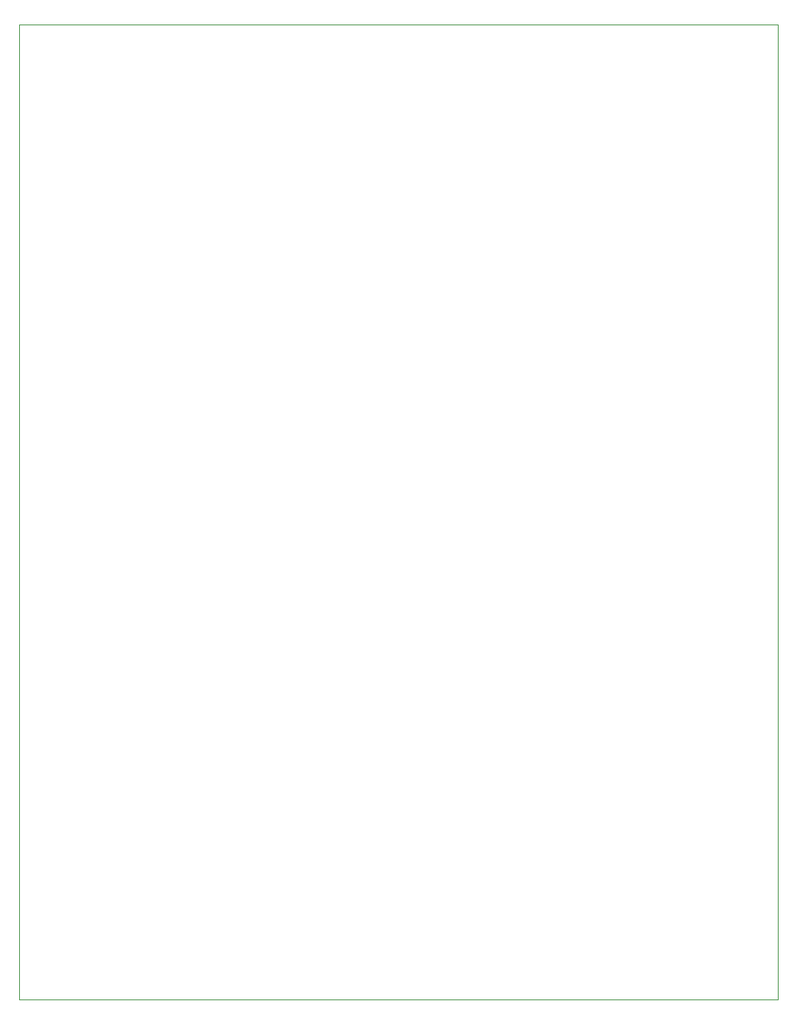
<source format=gbr>
%TF.GenerationSoftware,KiCad,Pcbnew,5.1.6-c6e7f7d~87~ubuntu18.04.1*%
%TF.CreationDate,2020-11-17T20:25:25-05:00*%
%TF.ProjectId,remote,72656d6f-7465-42e6-9b69-6361645f7063,rev?*%
%TF.SameCoordinates,Original*%
%TF.FileFunction,Profile,NP*%
%FSLAX46Y46*%
G04 Gerber Fmt 4.6, Leading zero omitted, Abs format (unit mm)*
G04 Created by KiCad (PCBNEW 5.1.6-c6e7f7d~87~ubuntu18.04.1) date 2020-11-17 20:25:25*
%MOMM*%
%LPD*%
G01*
G04 APERTURE LIST*
%TA.AperFunction,Profile*%
%ADD10C,0.050000*%
%TD*%
G04 APERTURE END LIST*
D10*
X157226000Y-166878000D02*
X157226000Y-59182000D01*
X73406000Y-59182000D02*
X73406000Y-166878000D01*
X157226000Y-59182000D02*
X73406000Y-59182000D01*
X151892000Y-166878000D02*
X157226000Y-166878000D01*
X73406000Y-166878000D02*
X151892000Y-166878000D01*
M02*

</source>
